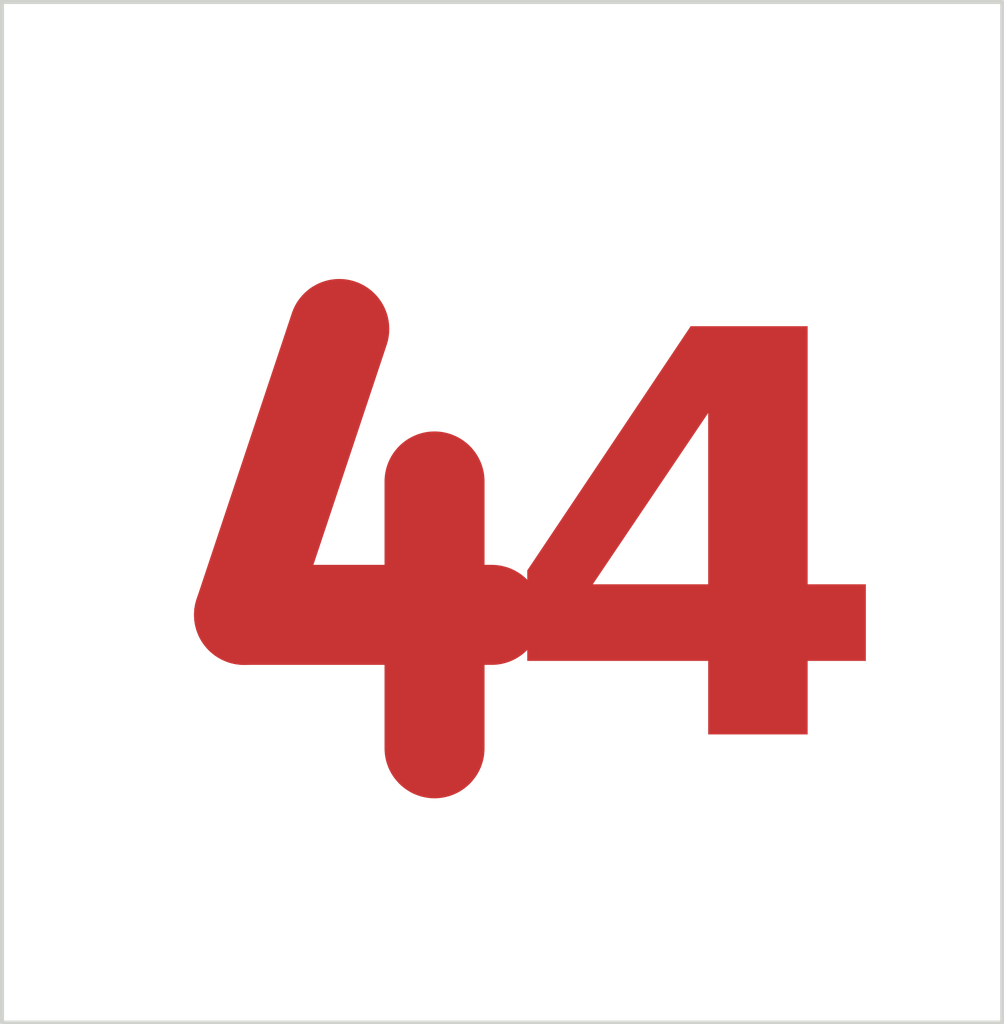
<source format=kicad_pcb>
(kicad_pcb
	(version 20241229)
	(generator "pcbnew")
	(generator_version "9.0")
	(general
		(thickness 1.6)
		(legacy_teardrops no)
	)
	(paper "A4")
	(layers
		(0 "F.Cu" signal)
		(2 "B.Cu" signal)
		(9 "F.Adhes" user "F.Adhesive")
		(11 "B.Adhes" user "B.Adhesive")
		(13 "F.Paste" user)
		(15 "B.Paste" user)
		(5 "F.SilkS" user "F.Silkscreen")
		(7 "B.SilkS" user "B.Silkscreen")
		(1 "F.Mask" user)
		(3 "B.Mask" user)
		(17 "Dwgs.User" user "User.Drawings")
		(19 "Cmts.User" user "User.Comments")
		(21 "Eco1.User" user "User.Eco1")
		(23 "Eco2.User" user "User.Eco2")
		(25 "Edge.Cuts" user)
		(27 "Margin" user)
		(31 "F.CrtYd" user "F.Courtyard")
		(29 "B.CrtYd" user "B.Courtyard")
		(35 "F.Fab" user)
		(33 "B.Fab" user)
		(39 "User.1" user)
		(41 "User.2" user)
		(43 "User.3" user)
		(45 "User.4" user)
		(47 "User.5" user)
		(49 "User.6" user)
		(51 "User.7" user)
		(53 "User.8" user)
		(55 "User.9" user)
	)
	(setup
		(pad_to_mask_clearance 0)
		(allow_soldermask_bridges_in_footprints no)
		(tenting front back)
		(pcbplotparams
			(layerselection 0x00000000_00000000_55555555_5755f5ff)
			(plot_on_all_layers_selection 0x00000000_00000000_00000000_00000000)
			(disableapertmacros no)
			(usegerberextensions no)
			(usegerberattributes yes)
			(usegerberadvancedattributes yes)
			(creategerberjobfile yes)
			(dashed_line_dash_ratio 12.000000)
			(dashed_line_gap_ratio 3.000000)
			(svgprecision 4)
			(plotframeref no)
			(mode 1)
			(useauxorigin no)
			(hpglpennumber 1)
			(hpglpenspeed 20)
			(hpglpendiameter 15.000000)
			(pdf_front_fp_property_popups yes)
			(pdf_back_fp_property_popups yes)
			(pdf_metadata yes)
			(pdf_single_document no)
			(dxfpolygonmode yes)
			(dxfimperialunits yes)
			(dxfusepcbnewfont yes)
			(psnegative no)
			(psa4output no)
			(plot_black_and_white yes)
			(plotinvisibletext no)
			(sketchpadsonfab no)
			(plotpadnumbers no)
			(hidednponfab no)
			(sketchdnponfab yes)
			(crossoutdnponfab yes)
			(subtractmaskfromsilk no)
			(outputformat 1)
			(mirror no)
			(drillshape 1)
			(scaleselection 1)
			(outputdirectory "")
		)
	)
	(net 0 "")
	(gr_rect
		(start 100 70)
		(end 150 121)
		(stroke
			(width 0.2)
			(type default)
		)
		(fill no)
		(layer "Edge.Cuts")
		(uuid "cd1c9c8d-3ccc-4c8b-b847-9a6aa1c9d599")
	)
	(gr_text "4"
		(at 105 110 0)
		(layer "F.Cu")
		(uuid "1dbcdcd1-a8e9-4623-9731-77c1e65b8868")
		(effects
			(font
				(size 20 20)
				(thickness 5)
				(bold yes)
			)
			(justify left bottom)
		)
	)
	(gr_text "4"
		(at 125 110 0)
		(layer "F.Cu")
		(uuid "d892df33-6ec0-4783-b75f-e6ee5f7aacc6")
		(effects
			(font
				(face "Archivo SemiBold")
				(size 20 20)
				(thickness 5)
				(bold yes)
			)
			(justify left bottom)
		)
		(render_cache "4" 0
			(polygon
				(pts
					(xy 134.325191 106.6) (xy 134.325191 102.31598) (xy 125.869504 102.31598) (xy 125.869504 99.516957)
					(xy 126.41844 98.58456) (xy 126.946615 97.638729) (xy 127.45403 96.679466) (xy 127.940683 95.706769)
					(xy 128.406271 94.715143) (xy 128.850488 93.699092) (xy 129.221646 92.790013) (xy 129.576443 91.862233)
					(xy 129.674808 91.593719) (xy 130.007899 90.638591) (xy 130.319017 89.662426) (xy 130.608164 88.665223)
					(xy 130.875338 87.646984) (xy 131.018143 87.055687) (xy 134.603628 87.055687) (xy 134.331445 88.086435)
					(xy 134.042933 89.040508) (xy 133.715305 90.010801) (xy 133.68039 90.108722) (xy 133.318319 91.080637)
					(xy 132.934305 92.036333) (xy 132.528346 92.975809) (xy 132.444521 93.161758) (xy 132.025779 94.066792)
					(xy 131.564059 95.016048) (xy 131.101186 95.916817) (xy 130.612318 96.82563) (xy 130.112169 97.703201)
					(xy 129.855547 98.129658) (xy 129.314473 98.988305) (xy 128.946964 99.516957) (xy 134.325191 99.516957)
					(xy 134.325191 94.671179) (xy 134.733249 93.760802) (xy 134.828332 93.537892) (xy 135.19836 92.62015)
					(xy 135.316817 92.306908) (xy 135.651125 91.378175) (xy 135.75157 91.075924) (xy 136.052961 90.123873)
					(xy 136.117934 89.913328) (xy 137.739706 89.913328) (xy 137.739706 99.516957) (xy 140.118632 99.516957)
					(xy 140.118632 102.31598) (xy 137.739706 102.31598) (xy 137.739706 106.6)
				)
			)
		)
	)
	(embedded_fonts no)
)

</source>
